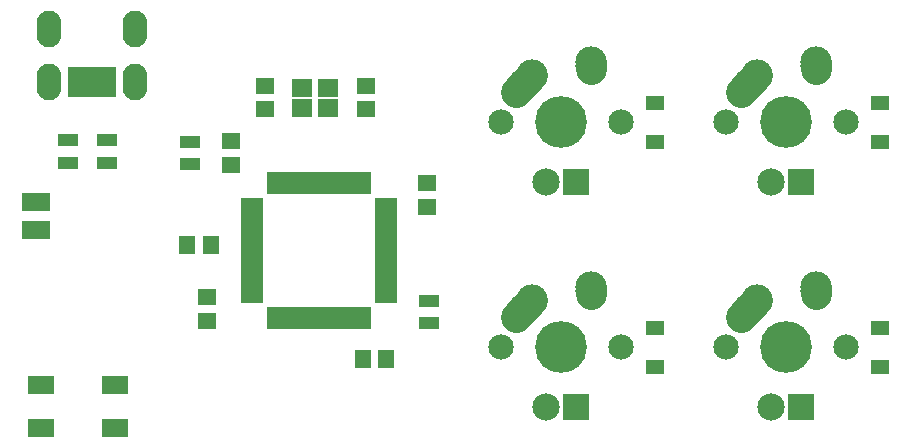
<source format=gbs>
G04 #@! TF.GenerationSoftware,KiCad,Pcbnew,(5.0.0)*
G04 #@! TF.CreationDate,2019-01-07T21:39:53-08:00*
G04 #@! TF.ProjectId,ai03-pcb-guide,616930332D7063622D67756964652E6B,rev?*
G04 #@! TF.SameCoordinates,Original*
G04 #@! TF.FileFunction,Soldermask,Bot*
G04 #@! TF.FilePolarity,Negative*
%FSLAX46Y46*%
G04 Gerber Fmt 4.6, Leading zero omitted, Abs format (unit mm)*
G04 Created by KiCad (PCBNEW (5.0.0)) date 01/07/19 21:39:54*
%MOMM*%
%LPD*%
G01*
G04 APERTURE LIST*
%ADD10R,1.650000X1.400000*%
%ADD11R,1.400000X1.650000*%
%ADD12R,1.600000X1.300000*%
%ADD13R,2.430000X1.540000*%
%ADD14C,2.150000*%
%ADD15R,2.305000X2.305000*%
%ADD16C,2.305000*%
%ADD17C,2.650000*%
%ADD18C,4.387800*%
%ADD19C,2.650000*%
%ADD20R,1.700000X1.100000*%
%ADD21R,2.200000X1.500000*%
%ADD22R,0.950000X1.900000*%
%ADD23R,1.900000X0.950000*%
%ADD24R,0.900000X2.650000*%
%ADD25O,2.100000X3.100000*%
%ADD26R,1.800000X1.600000*%
G04 APERTURE END LIST*
D10*
G04 #@! TO.C,C1*
X62833250Y-70342000D03*
X62833250Y-68342000D03*
G04 #@! TD*
G04 #@! TO.C,C2*
X54324250Y-70342000D03*
X54324250Y-68342000D03*
G04 #@! TD*
D11*
G04 #@! TO.C,C3*
X47736250Y-81788000D03*
X49736250Y-81788000D03*
G04 #@! TD*
D10*
G04 #@! TO.C,C4*
X51403250Y-73041000D03*
X51403250Y-75041000D03*
G04 #@! TD*
G04 #@! TO.C,C5*
X68040250Y-78597000D03*
X68040250Y-76597000D03*
G04 #@! TD*
D11*
G04 #@! TO.C,C6*
X62595250Y-91440000D03*
X64595250Y-91440000D03*
G04 #@! TD*
D10*
G04 #@! TO.C,C7*
X49403000Y-86249000D03*
X49403000Y-88249000D03*
G04 #@! TD*
D12*
G04 #@! TO.C,D1*
X87312500Y-73087500D03*
X87312500Y-69787500D03*
G04 #@! TD*
G04 #@! TO.C,D2*
X106362500Y-69787500D03*
X106362500Y-73087500D03*
G04 #@! TD*
G04 #@! TO.C,D3*
X87312500Y-92137500D03*
X87312500Y-88837500D03*
G04 #@! TD*
G04 #@! TO.C,D4*
X106362500Y-88837500D03*
X106362500Y-92137500D03*
G04 #@! TD*
D13*
G04 #@! TO.C,F1*
X34925000Y-78175000D03*
X34925000Y-80575000D03*
G04 #@! TD*
D14*
G04 #@! TO.C,MX1*
X84455000Y-71437500D03*
X74295000Y-71437500D03*
D15*
X80645000Y-76517500D03*
D16*
X78105000Y-76517500D03*
D17*
X76875000Y-67437500D03*
D18*
X79375000Y-71437500D03*
D17*
X76220001Y-68167500D03*
D19*
X75565000Y-68897500D02*
X76875002Y-67437500D01*
D17*
X81915000Y-66357500D03*
X81895000Y-66647500D03*
D19*
X81875000Y-66937500D02*
X81915000Y-66357500D01*
G04 #@! TD*
D17*
G04 #@! TO.C,MX2*
X100945000Y-66647500D03*
D19*
X100925000Y-66937500D02*
X100965000Y-66357500D01*
D17*
X100965000Y-66357500D03*
X95270001Y-68167500D03*
D19*
X94615000Y-68897500D02*
X95925002Y-67437500D01*
D18*
X98425000Y-71437500D03*
D17*
X95925000Y-67437500D03*
D16*
X97155000Y-76517500D03*
D15*
X99695000Y-76517500D03*
D14*
X93345000Y-71437500D03*
X103505000Y-71437500D03*
G04 #@! TD*
G04 #@! TO.C,MX3*
X84455000Y-90487500D03*
X74295000Y-90487500D03*
D15*
X80645000Y-95567500D03*
D16*
X78105000Y-95567500D03*
D17*
X76875000Y-86487500D03*
D18*
X79375000Y-90487500D03*
D17*
X76220001Y-87217500D03*
D19*
X75565000Y-87947500D02*
X76875002Y-86487500D01*
D17*
X81915000Y-85407500D03*
X81895000Y-85697500D03*
D19*
X81875000Y-85987500D02*
X81915000Y-85407500D01*
G04 #@! TD*
D17*
G04 #@! TO.C,MX4*
X100945000Y-85697500D03*
D19*
X100925000Y-85987500D02*
X100965000Y-85407500D01*
D17*
X100965000Y-85407500D03*
X95270001Y-87217500D03*
D19*
X94615000Y-87947500D02*
X95925002Y-86487500D01*
D18*
X98425000Y-90487500D03*
D17*
X95925000Y-86487500D03*
D16*
X97155000Y-95567500D03*
D15*
X99695000Y-95567500D03*
D14*
X93345000Y-90487500D03*
X103505000Y-90487500D03*
G04 #@! TD*
D20*
G04 #@! TO.C,R1*
X47974250Y-73091000D03*
X47974250Y-74991000D03*
G04 #@! TD*
G04 #@! TO.C,R2*
X40894000Y-74864000D03*
X40894000Y-72964000D03*
G04 #@! TD*
G04 #@! TO.C,R3*
X37592000Y-72964000D03*
X37592000Y-74864000D03*
G04 #@! TD*
G04 #@! TO.C,R4*
X68199000Y-86553000D03*
X68199000Y-88453000D03*
G04 #@! TD*
D21*
G04 #@! TO.C,SW1*
X35384001Y-97357845D03*
X41584001Y-93657845D03*
X35384001Y-93657845D03*
X41584001Y-97357845D03*
G04 #@! TD*
D22*
G04 #@! TO.C,U1*
X54896250Y-87996000D03*
X55696250Y-87996000D03*
X56496250Y-87996000D03*
X57296250Y-87996000D03*
X58096250Y-87996000D03*
X58896250Y-87996000D03*
X59696250Y-87996000D03*
X60496250Y-87996000D03*
X61296250Y-87996000D03*
X62096250Y-87996000D03*
X62896250Y-87996000D03*
D23*
X64596250Y-86296000D03*
X64596250Y-85496000D03*
X64596250Y-84696000D03*
X64596250Y-83896000D03*
X64596250Y-83096000D03*
X64596250Y-82296000D03*
X64596250Y-81496000D03*
X64596250Y-80696000D03*
X64596250Y-79896000D03*
X64596250Y-79096000D03*
X64596250Y-78296000D03*
D22*
X62896250Y-76596000D03*
X62096250Y-76596000D03*
X61296250Y-76596000D03*
X60496250Y-76596000D03*
X59696250Y-76596000D03*
X58896250Y-76596000D03*
X58096250Y-76596000D03*
X57296250Y-76596000D03*
X56496250Y-76596000D03*
X55696250Y-76596000D03*
X54896250Y-76596000D03*
D23*
X53196250Y-78296000D03*
X53196250Y-79096000D03*
X53196250Y-79896000D03*
X53196250Y-80696000D03*
X53196250Y-81496000D03*
X53196250Y-82296000D03*
X53196250Y-83096000D03*
X53196250Y-83896000D03*
X53196250Y-84696000D03*
X53196250Y-85496000D03*
X53196250Y-86296000D03*
G04 #@! TD*
D24*
G04 #@! TO.C,USB1*
X41287500Y-68000000D03*
X40487500Y-68000000D03*
X39687500Y-68000000D03*
X38887500Y-68000000D03*
X38087500Y-68000000D03*
D25*
X36037500Y-68000000D03*
X43337500Y-68000000D03*
X43337500Y-63500000D03*
X36037500Y-63500000D03*
G04 #@! TD*
D26*
G04 #@! TO.C,Y1*
X59615250Y-68492000D03*
X57415250Y-68492000D03*
X57415250Y-70192000D03*
X59615250Y-70192000D03*
G04 #@! TD*
M02*

</source>
